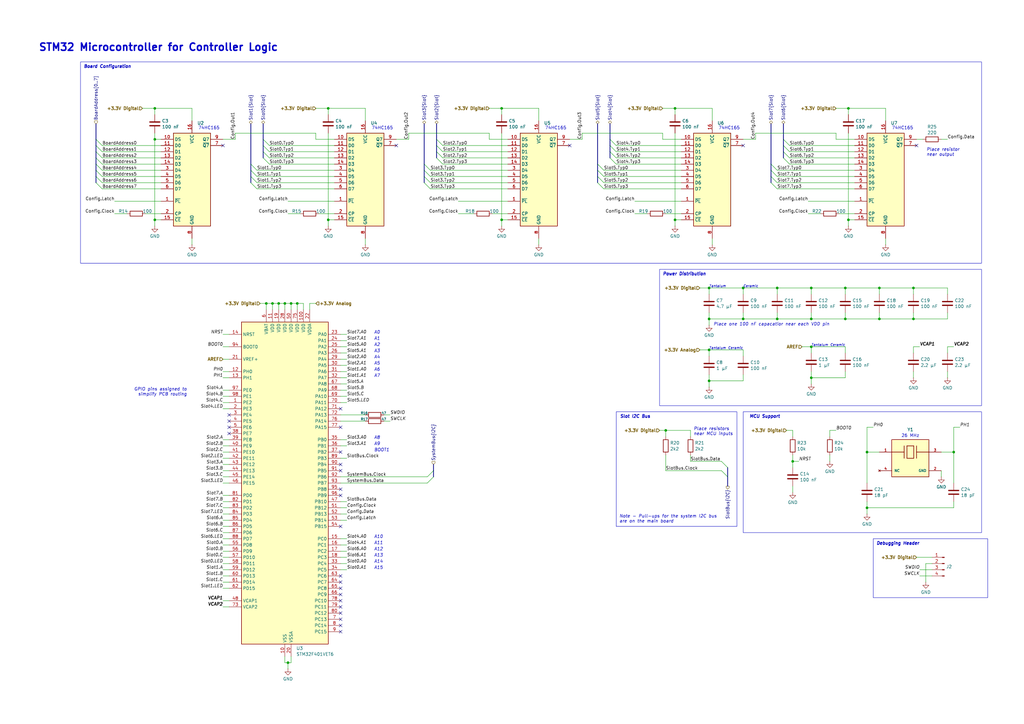
<source format=kicad_sch>
(kicad_sch (version 20250114) (generator "eeschema") (generator_version "9.0")
  (paper "A3")
  (title_block (title "Modular Music Controller / Sub-Board / STM32 MCU") (date "2025-12-02") (rev "2") (company "Dennis Schulmeister-Zimolong"))
  (bus_alias "Slot" (members "Typ[0..3]" "A" "B" "C" "A0" "A1" "LED" "Addr[0..3]"))
  (rectangle (start 252.73 168.91) (end 302.26 215.9))
  (rectangle (start 270.51 110.49) (end 402.59 166.37))
  (rectangle (start 33.02 25.4) (end 402.59 107.95))
  (rectangle (start 358.14 220.98) (end 405.13 245.11))
  (rectangle (start 304.8 168.91) (end 402.59 218.44))
  (text "A8" (at 153.416 180.34 0) (effects (font (size 1.27 1.27) (italic yes)) (justify left bottom)))
  (text "A0" (at 153.416 137.16 0) (effects (font (size 1.27 1.27) (italic yes)) (justify left bottom)))
  (text "74HC165" (at 152.4 53.34 0) (effects (font (size 1.27 1.27)) (justify left bottom)))
  (text "Place resistor\nnear output" (at 379.984 60.706 0) (effects (font (size 1.27 1.27) (thickness 0.1588) (italic yes)) (justify left top)))
  (text "A3" (at 153.416 144.78 0) (effects (font (size 1.27 1.27) (italic yes)) (justify left bottom)))
  (text "A2" (at 153.416 142.24 0) (effects (font (size 1.27 1.27) (italic yes)) (justify left bottom)))
  (text "Place resistors\nnear MCU inputs" (at 284.48 175.26 0) (effects (font (size 1.27 1.27) (thickness 0.1588) (italic yes)) (justify left top)))
  (text "Power Distribution" (at 271.78 111.76 0) (effects (font (size 1.27 1.27) (thickness 0.254) (bold yes) (italic yes)) (justify left top)))
  (text "For outputs driving a trace, the series resistor should be at the driving end to:\n\n- Limit the initial current surge when the output switches\n- Dampen reflections at the source\n- Reduce ringing and overshoot on the trace\n- Protect the output driver from excessive current\n\nThis is the opposite of input protection, where you place the resistor near the\nreceiving end (MCU) to protect the input pin from incoming noise/transients.\n220Ω is a good value for this purpose - it provides:\n\n- Output current limiting for the 74HC165\n- Edge rate control to reduce EMI\n- Some impedance matching benefits\n\nAdding a second resistor would be redundant and potentially problematic.\nIf additional EMC protection is needed: A small capacitor to ground near\nthe MCU input (10-100pF) - this creates an RC low-pass filter with the\nexisting 220Ω resistor that filters high-frequency noise while keeping\nthe signal intact. But for a short 5-8 cm trace with 220Ω already in place\nthis should not be needed. The 74HC165 and STM32 are both designed to work\ntogether in typical PCB environments, and the resistor + short trace should\nhandle normal EMC requirements well.\n\nIn summary:\n\n- 74HC165 output → MCU input: Resistor near the 74HC165\n- MCU output → external input: Resistor near the MCU\n\nThe general rule: series resistors go close to the driver/source, not the\nreceiver, unless you're specifically adding them for input protection against\nexternal noise (which is a different purpose than your shift register output.\n\nMax. impedance of ADC inputs 50 kOhm so 47 Ohm is negligible.\n\nFor digital GPIOS: The higher the speed the lower to resistor value." (at 433.324 25.4 0) (effects (font (size 1.27 1.27) (thickness 0.1588) (italic yes)) (justify left top)))
  (text "Debugging Header" (at 359.41 222.25 0) (effects (font (size 1.27 1.27) (thickness 0.254) (bold yes) (italic yes)) (justify left top)))
  (text "Tantalum" (at 332.74 142.24 0) (effects (font (size 1 1) (italic yes)) (justify left bottom)))
  (text "74HC165" (at 365.76 53.34 0) (effects (font (size 1.27 1.27)) (justify left bottom)))
  (text "74HC165" (at 81.28 53.34 0) (effects (font (size 1.27 1.27)) (justify left bottom)))
  (text "A12" (at 153.416 226.06 0) (effects (font (size 1.27 1.27) (italic yes)) (justify left bottom)))
  (text "Board Configuration" (at 34.29 26.67 0) (effects (font (size 1.27 1.27) (thickness 0.254) (bold yes) (italic yes)) (justify left top)))
  (text "A5" (at 153.416 149.86 0) (effects (font (size 1.27 1.27) (italic yes)) (justify left bottom)))
  (text "A10" (at 153.416 220.98 0) (effects (font (size 1.27 1.27) (italic yes)) (justify left bottom)))
  (text "Ceramic" (at 346.71 142.24 0) (effects (font (size 1 1) (italic yes)) (justify right bottom)))
  (text "A7" (at 153.416 154.94 0) (effects (font (size 1.27 1.27) (italic yes)) (justify left bottom)))
  (text "GPIO pins assigned to\nsimplify PCB routing" (at 76.708 160.782 0) (effects (font (size 1.27 1.27) (thickness 0.1588) (italic yes)) (justify right)))
  (text "A14" (at 153.416 231.14 0) (effects (font (size 1.27 1.27) (italic yes)) (justify left bottom)))
  (text "A15" (at 153.416 233.68 0) (effects (font (size 1.27 1.27) (italic yes)) (justify left bottom)))
  (text "Tantalum" (at 290.83 143.51 0) (effects (font (size 1 1) (italic yes)) (justify left bottom)))
  (text "Place one 100 nF capacatior near each VDD pin" (at 292.608 132.334 0) (effects (font (size 1.27 1.27) (italic yes)) (justify left top)))
  (text "STM32 Microcontroller for Controller Logic" (at 15.748 17.78 0) (effects (font (size 3 3) (thickness 0.6) (bold yes)) (justify left top)))
  (text "Tantalum" (at 290.83 118.11 0) (effects (font (size 1 1) (italic yes)) (justify left bottom)))
  (text "A1" (at 153.416 139.7 0) (effects (font (size 1.27 1.27) (italic yes)) (justify left bottom)))
  (text "MCU Support" (at 307.34 170.18 0) (effects (font (size 1.27 1.27) (thickness 0.254) (bold yes) (italic yes)) (justify left top)))
  (text "Slot I2C Bus" (at 254.254 170.18 0) (effects (font (size 1.27 1.27) (thickness 0.254) (bold yes) (italic yes)) (justify left top)))
  (text "A4" (at 153.416 147.32 0) (effects (font (size 1.27 1.27) (italic yes)) (justify left bottom)))
  (text "Ceramic" (at 304.8 143.51 0) (effects (font (size 1 1) (italic yes)) (justify right bottom)))
  (text "Ceramic" (at 304.8 118.11 0) (effects (font (size 1 1) (italic yes)) (justify left bottom)))
  (text "A13" (at 153.416 228.6 0) (effects (font (size 1.27 1.27) (italic yes)) (justify left bottom)))
  (text "A11" (at 153.416 223.52 0) (effects (font (size 1.27 1.27) (italic yes)) (justify left bottom)))
  (text "74HC165" (at 294.64 53.34 0) (effects (font (size 1.27 1.27)) (justify left bottom)))
  (text "A9" (at 153.416 182.88 0) (effects (font (size 1.27 1.27) (italic yes)) (justify left bottom)))
  (text "BOOT1" (at 153.416 185.42 0) (effects (font (size 1.27 1.27) (thickness 0.1588) (italic yes)) (justify left bottom)))
  (text "74HC165" (at 223.52 53.34 0) (effects (font (size 1.27 1.27)) (justify left bottom)))
  (text "Note - Pull-ups for the system I2C bus\nare on the main board" (at 254 214.63 0) (effects (font (size 1.27 1.27) (thickness 0.1588) (italic yes)) (justify left bottom)))
  (text "A6" (at 153.416 152.4 0) (effects (font (size 1.27 1.27) (italic yes)) (justify left bottom)))
  (text "26 MHz" (at 373.38 178.816 0) (effects (font (size 1.27 1.27))))
  (junction (at 318.77 130.81))
  (junction (at 347.98 90.17))
  (junction (at 290.83 143.51))
  (junction (at 374.65 130.81))
  (junction (at 119.38 124.46))
  (junction (at 63.5 44.45))
  (junction (at 360.68 118.11))
  (junction (at 355.6 185.42))
  (junction (at 205.74 90.17))
  (junction (at 332.74 154.94))
  (junction (at 134.62 44.45))
  (junction (at 118.11 271.78))
  (junction (at 391.16 185.42))
  (junction (at 325.12 189.23))
  (junction (at 318.77 118.11))
  (junction (at 205.74 44.45))
  (junction (at 346.71 118.11))
  (junction (at 346.71 130.81))
  (junction (at 134.62 90.17))
  (junction (at 304.8 130.81))
  (junction (at 355.6 208.28))
  (junction (at 121.92 124.46))
  (junction (at 332.74 130.81))
  (junction (at 111.76 124.46))
  (junction (at 347.98 44.45))
  (junction (at 290.83 156.21))
  (junction (at 63.5 57.15))
  (junction (at 332.74 118.11))
  (junction (at 374.65 118.11))
  (junction (at 273.05 176.53))
  (junction (at 360.68 130.81))
  (junction (at 276.86 44.45))
  (junction (at 332.74 142.24))
  (junction (at 276.86 90.17))
  (junction (at 290.83 118.11))
  (junction (at 290.83 130.81))
  (junction (at 109.22 124.46))
  (junction (at 304.8 118.11))
  (junction (at 114.3 124.46))
  (junction (at 63.5 90.17))
  (junction (at 116.84 124.46))
  (no_connect (at 139.7 175.26))
  (no_connect (at 139.7 248.92))
  (no_connect (at 162.56 59.69))
  (no_connect (at 93.98 177.8))
  (no_connect (at 233.68 59.69))
  (no_connect (at 139.7 246.38))
  (no_connect (at 139.7 200.66))
  (no_connect (at 139.7 256.54))
  (no_connect (at 304.8 59.69))
  (no_connect (at 139.7 254))
  (no_connect (at 93.98 172.72))
  (no_connect (at 93.98 175.26))
  (no_connect (at 91.44 59.69))
  (no_connect (at 139.7 203.2))
  (no_connect (at 375.92 59.69))
  (no_connect (at 139.7 185.42))
  (no_connect (at 139.7 190.5))
  (no_connect (at 139.7 259.08))
  (no_connect (at 93.98 170.18))
  (no_connect (at 139.7 193.04))
  (no_connect (at 139.7 238.76))
  (no_connect (at 139.7 167.64))
  (no_connect (at 139.7 236.22))
  (no_connect (at 139.7 243.84))
  (no_connect (at 139.7 251.46))
  (no_connect (at 139.7 215.9))
  (no_connect (at 139.7 241.3))
  (bus_entry (at 173.99 67.31) (size 2.54 2.54))
  (bus_entry (at 102.87 74.93) (size 2.54 2.54))
  (bus_entry (at 250.19 64.77) (size 2.54 2.54))
  (bus_entry (at 102.87 69.85) (size 2.54 2.54))
  (bus_entry (at 175.26 195.58) (size 2.54 -2.54))
  (bus_entry (at 179.07 62.23) (size 2.54 2.54))
  (bus_entry (at 295.91 193.04) (size 2.54 2.54))
  (bus_entry (at 245.11 69.85) (size 2.54 2.54))
  (bus_entry (at 173.99 72.39) (size 2.54 2.54))
  (bus_entry (at 39.37 62.23) (size 2.54 2.54))
  (bus_entry (at 250.19 59.69) (size 2.54 2.54))
  (bus_entry (at 173.99 69.85) (size 2.54 2.54))
  (bus_entry (at 250.19 57.15) (size 2.54 2.54))
  (bus_entry (at 179.07 57.15) (size 2.54 2.54))
  (bus_entry (at 173.99 74.93) (size 2.54 2.54))
  (bus_entry (at 250.19 62.23) (size 2.54 2.54))
  (bus_entry (at 39.37 64.77) (size 2.54 2.54))
  (bus_entry (at 179.07 64.77) (size 2.54 2.54))
  (bus_entry (at 39.37 59.69) (size 2.54 2.54))
  (bus_entry (at 245.11 67.31) (size 2.54 2.54))
  (bus_entry (at 39.37 72.39) (size 2.54 2.54))
  (bus_entry (at 316.23 72.39) (size 2.54 2.54))
  (bus_entry (at 316.23 69.85) (size 2.54 2.54))
  (bus_entry (at 316.23 67.31) (size 2.54 2.54))
  (bus_entry (at 39.37 57.15) (size 2.54 2.54))
  (bus_entry (at 39.37 67.31) (size 2.54 2.54))
  (bus_entry (at 107.95 59.69) (size 2.54 2.54))
  (bus_entry (at 321.31 59.69) (size 2.54 2.54))
  (bus_entry (at 295.91 189.23) (size 2.54 2.54))
  (bus_entry (at 245.11 74.93) (size 2.54 2.54))
  (bus_entry (at 175.26 198.12) (size 2.54 -2.54))
  (bus_entry (at 39.37 74.93) (size 2.54 2.54))
  (bus_entry (at 321.31 62.23) (size 2.54 2.54))
  (bus_entry (at 102.87 67.31) (size 2.54 2.54))
  (bus_entry (at 39.37 69.85) (size 2.54 2.54))
  (bus_entry (at 107.95 62.23) (size 2.54 2.54))
  (bus_entry (at 245.11 72.39) (size 2.54 2.54))
  (bus_entry (at 102.87 72.39) (size 2.54 2.54))
  (bus_entry (at 321.31 57.15) (size 2.54 2.54))
  (bus_entry (at 321.31 64.77) (size 2.54 2.54))
  (bus_entry (at 179.07 59.69) (size 2.54 2.54))
  (bus_entry (at 107.95 64.77) (size 2.54 2.54))
  (bus_entry (at 316.23 74.93) (size 2.54 2.54))
  (bus_entry (at 107.95 57.15) (size 2.54 2.54))
  (wire (pts (xy 91.44 218.44) (xy 93.98 218.44)))
  (wire (pts (xy 346.71 118.11) (xy 360.68 118.11)))
  (wire (pts (xy 340.36 176.53) (xy 342.9 176.53)))
  (wire (pts (xy 290.83 118.11) (xy 304.8 118.11)))
  (wire (pts (xy 271.78 54.61) (xy 271.78 57.15)))
  (wire (pts (xy 355.6 208.28) (xy 355.6 210.82)))
  (bus (pts (xy 177.8 190.5) (xy 177.8 193.04)))
  (wire (pts (xy 127 124.46) (xy 127 127)))
  (wire (pts (xy 118.11 271.78) (xy 118.11 274.32)))
  (wire (pts (xy 375.92 57.15) (xy 378.46 57.15)))
  (wire (pts (xy 388.62 152.4) (xy 388.62 154.94)))
  (wire (pts (xy 124.46 124.46) (xy 124.46 127)))
  (wire (pts (xy 139.7 172.72) (xy 149.86 172.72)))
  (wire (pts (xy 276.86 54.61) (xy 276.86 90.17)))
  (wire (pts (xy 391.16 208.28) (xy 355.6 208.28)))
  (wire (pts (xy 139.7 223.52) (xy 142.24 223.52)))
  (wire (pts (xy 347.98 54.61) (xy 347.98 90.17)))
  (wire (pts (xy 63.5 44.45) (xy 63.5 46.99)))
  (wire (pts (xy 388.62 142.24) (xy 391.16 142.24)))
  (wire (pts (xy 91.44 236.22) (xy 93.98 236.22)))
  (bus (pts (xy 316.23 69.85) (xy 316.23 72.39)))
  (wire (pts (xy 149.86 97.79) (xy 149.86 100.33)))
  (wire (pts (xy 325.12 186.69) (xy 325.12 189.23)))
  (wire (pts (xy 332.74 130.81) (xy 318.77 130.81)))
  (wire (pts (xy 111.76 124.46) (xy 114.3 124.46)))
  (wire (pts (xy 41.91 69.85) (xy 66.04 69.85)))
  (bus (pts (xy 321.31 57.15) (xy 321.31 59.69)))
  (wire (pts (xy 205.74 44.45) (xy 205.74 46.99)))
  (wire (pts (xy 290.83 146.05) (xy 290.83 143.51)))
  (wire (pts (xy 386.08 57.15) (xy 388.62 57.15)))
  (wire (pts (xy 63.5 44.45) (xy 78.74 44.45)))
  (wire (pts (xy 106.68 124.46) (xy 109.22 124.46)))
  (wire (pts (xy 118.11 271.78) (xy 119.38 271.78)))
  (wire (pts (xy 332.74 142.24) (xy 346.71 142.24)))
  (wire (pts (xy 139.7 139.7) (xy 142.24 139.7)))
  (wire (pts (xy 129.54 44.45) (xy 134.62 44.45)))
  (bus (pts (xy 107.95 59.69) (xy 107.95 62.23)))
  (wire (pts (xy 355.6 205.74) (xy 355.6 208.28)))
  (wire (pts (xy 160.02 172.72) (xy 157.48 172.72)))
  (wire (pts (xy 276.86 44.45) (xy 276.86 46.99)))
  (wire (pts (xy 290.83 156.21) (xy 290.83 153.67)))
  (wire (pts (xy 323.85 62.23) (xy 350.52 62.23)))
  (bus (pts (xy 173.99 69.85) (xy 173.99 72.39)))
  (bus (pts (xy 39.37 69.85) (xy 39.37 72.39)))
  (wire (pts (xy 360.68 118.11) (xy 374.65 118.11)))
  (wire (pts (xy 331.47 82.55) (xy 350.52 82.55)))
  (wire (pts (xy 59.69 87.63) (xy 66.04 87.63)))
  (wire (pts (xy 139.7 147.32) (xy 142.24 147.32)))
  (wire (pts (xy 91.44 205.74) (xy 93.98 205.74)))
  (wire (pts (xy 91.44 165.1) (xy 93.98 165.1)))
  (wire (pts (xy 187.96 87.63) (xy 194.31 87.63)))
  (wire (pts (xy 66.04 57.15) (xy 63.5 57.15)))
  (bus (pts (xy 102.87 72.39) (xy 102.87 74.93)))
  (wire (pts (xy 205.74 90.17) (xy 208.28 90.17)))
  (wire (pts (xy 91.44 142.24) (xy 93.98 142.24)))
  (wire (pts (xy 116.84 124.46) (xy 116.84 127)))
  (bus (pts (xy 321.31 62.23) (xy 321.31 64.77)))
  (wire (pts (xy 162.56 57.15) (xy 167.64 57.15)))
  (wire (pts (xy 309.88 54.61) (xy 342.9 54.61)))
  (wire (pts (xy 176.53 69.85) (xy 208.28 69.85)))
  (wire (pts (xy 332.74 130.81) (xy 332.74 128.27)))
  (wire (pts (xy 331.47 87.63) (xy 336.55 87.63)))
  (wire (pts (xy 105.41 77.47) (xy 137.16 77.47)))
  (wire (pts (xy 46.99 87.63) (xy 52.07 87.63)))
  (wire (pts (xy 363.22 44.45) (xy 363.22 49.53)))
  (wire (pts (xy 375.92 228.6) (xy 382.27 228.6)))
  (wire (pts (xy 91.44 195.58) (xy 93.98 195.58)))
  (wire (pts (xy 91.44 208.28) (xy 93.98 208.28)))
  (wire (pts (xy 134.62 90.17) (xy 137.16 90.17)))
  (wire (pts (xy 200.66 57.15) (xy 208.28 57.15)))
  (wire (pts (xy 377.19 236.22) (xy 382.27 236.22)))
  (wire (pts (xy 91.44 198.12) (xy 93.98 198.12)))
  (wire (pts (xy 346.71 130.81) (xy 332.74 130.81)))
  (wire (pts (xy 91.44 162.56) (xy 93.98 162.56)))
  (wire (pts (xy 91.44 167.64) (xy 93.98 167.64)))
  (wire (pts (xy 374.65 130.81) (xy 360.68 130.81)))
  (bus (pts (xy 316.23 50.8) (xy 316.23 67.31)))
  (bus (pts (xy 298.45 191.77) (xy 298.45 195.58)))
  (wire (pts (xy 91.44 213.36) (xy 93.98 213.36)))
  (wire (pts (xy 391.16 205.74) (xy 391.16 208.28)))
  (wire (pts (xy 176.53 72.39) (xy 208.28 72.39)))
  (wire (pts (xy 283.21 189.23) (xy 283.21 186.69)))
  (wire (pts (xy 91.44 187.96) (xy 93.98 187.96)))
  (wire (pts (xy 379.73 231.14) (xy 379.73 238.76)))
  (wire (pts (xy 78.74 97.79) (xy 78.74 100.33)))
  (wire (pts (xy 139.7 165.1) (xy 142.24 165.1)))
  (bus (pts (xy 173.99 72.39) (xy 173.99 74.93)))
  (wire (pts (xy 91.44 180.34) (xy 93.98 180.34)))
  (wire (pts (xy 304.8 130.81) (xy 304.8 128.27)))
  (wire (pts (xy 105.41 69.85) (xy 137.16 69.85)))
  (wire (pts (xy 134.62 90.17) (xy 134.62 92.71)))
  (wire (pts (xy 276.86 44.45) (xy 292.1 44.45)))
  (wire (pts (xy 91.44 185.42) (xy 93.98 185.42)))
  (wire (pts (xy 252.73 59.69) (xy 279.4 59.69)))
  (wire (pts (xy 355.6 175.26) (xy 355.6 185.42)))
  (bus (pts (xy 179.07 57.15) (xy 179.07 59.69)))
  (wire (pts (xy 276.86 90.17) (xy 279.4 90.17)))
  (wire (pts (xy 139.7 233.68) (xy 142.24 233.68)))
  (wire (pts (xy 283.21 189.23) (xy 295.91 189.23)))
  (wire (pts (xy 374.65 128.27) (xy 374.65 130.81)))
  (wire (pts (xy 323.85 64.77) (xy 350.52 64.77)))
  (wire (pts (xy 342.9 44.45) (xy 347.98 44.45)))
  (wire (pts (xy 233.68 57.15) (xy 238.76 57.15)))
  (wire (pts (xy 342.9 54.61) (xy 342.9 57.15)))
  (wire (pts (xy 109.22 124.46) (xy 111.76 124.46)))
  (bus (pts (xy 245.11 69.85) (xy 245.11 72.39)))
  (wire (pts (xy 167.64 57.15) (xy 167.64 54.61)))
  (wire (pts (xy 325.12 179.07) (xy 325.12 176.53)))
  (wire (pts (xy 391.16 185.42) (xy 391.16 198.12)))
  (wire (pts (xy 121.92 124.46) (xy 121.92 127)))
  (wire (pts (xy 325.12 189.23) (xy 327.66 189.23)))
  (wire (pts (xy 290.83 130.81) (xy 290.83 128.27)))
  (bus (pts (xy 107.95 57.15) (xy 107.95 59.69)))
  (wire (pts (xy 63.5 90.17) (xy 66.04 90.17)))
  (wire (pts (xy 287.02 118.11) (xy 290.83 118.11)))
  (wire (pts (xy 355.6 185.42) (xy 360.68 185.42)))
  (wire (pts (xy 318.77 77.47) (xy 350.52 77.47)))
  (wire (pts (xy 388.62 144.78) (xy 388.62 142.24)))
  (wire (pts (xy 91.44 147.32) (xy 93.98 147.32)))
  (bus (pts (xy 250.19 62.23) (xy 250.19 64.77)))
  (wire (pts (xy 276.86 90.17) (xy 276.86 92.71)))
  (wire (pts (xy 41.91 59.69) (xy 66.04 59.69)))
  (wire (pts (xy 273.05 193.04) (xy 295.91 193.04)))
  (wire (pts (xy 110.49 64.77) (xy 137.16 64.77)))
  (wire (pts (xy 139.7 205.74) (xy 142.24 205.74)))
  (wire (pts (xy 325.12 199.39) (xy 325.12 201.93)))
  (wire (pts (xy 377.19 233.68) (xy 382.27 233.68)))
  (bus (pts (xy 316.23 72.39) (xy 316.23 74.93)))
  (bus (pts (xy 107.95 62.23) (xy 107.95 64.77)))
  (wire (pts (xy 121.92 124.46) (xy 124.46 124.46)))
  (wire (pts (xy 58.42 44.45) (xy 63.5 44.45)))
  (wire (pts (xy 167.64 54.61) (xy 200.66 54.61)))
  (wire (pts (xy 292.1 97.79) (xy 292.1 100.33)))
  (bus (pts (xy 39.37 62.23) (xy 39.37 64.77)))
  (wire (pts (xy 388.62 130.81) (xy 388.62 128.27)))
  (bus (pts (xy 250.19 50.8) (xy 250.19 57.15)))
  (wire (pts (xy 386.08 193.04) (xy 386.08 195.58)))
  (wire (pts (xy 105.41 74.93) (xy 137.16 74.93)))
  (bus (pts (xy 316.23 67.31) (xy 316.23 69.85)))
  (wire (pts (xy 134.62 44.45) (xy 149.86 44.45)))
  (wire (pts (xy 391.16 175.26) (xy 393.7 175.26)))
  (bus (pts (xy 179.07 62.23) (xy 179.07 64.77)))
  (wire (pts (xy 205.74 44.45) (xy 220.98 44.45)))
  (wire (pts (xy 318.77 72.39) (xy 350.52 72.39)))
  (wire (pts (xy 252.73 67.31) (xy 279.4 67.31)))
  (bus (pts (xy 245.11 67.31) (xy 245.11 69.85)))
  (bus (pts (xy 245.11 50.8) (xy 245.11 67.31)))
  (wire (pts (xy 78.74 44.45) (xy 78.74 49.53)))
  (wire (pts (xy 139.7 213.36) (xy 142.24 213.36)))
  (wire (pts (xy 238.76 57.15) (xy 238.76 54.61)))
  (wire (pts (xy 139.7 195.58) (xy 175.26 195.58)))
  (bus (pts (xy 245.11 72.39) (xy 245.11 74.93)))
  (wire (pts (xy 304.8 130.81) (xy 290.83 130.81)))
  (wire (pts (xy 201.93 87.63) (xy 208.28 87.63)))
  (wire (pts (xy 273.05 176.53) (xy 283.21 176.53)))
  (wire (pts (xy 139.7 170.18) (xy 149.86 170.18)))
  (wire (pts (xy 374.65 118.11) (xy 388.62 118.11)))
  (wire (pts (xy 41.91 67.31) (xy 66.04 67.31)))
  (bus (pts (xy 107.95 50.8) (xy 107.95 57.15)))
  (bus (pts (xy 321.31 59.69) (xy 321.31 62.23)))
  (wire (pts (xy 91.44 154.94) (xy 93.98 154.94)))
  (wire (pts (xy 200.66 44.45) (xy 205.74 44.45)))
  (wire (pts (xy 91.44 203.2) (xy 93.98 203.2)))
  (wire (pts (xy 134.62 54.61) (xy 134.62 90.17)))
  (wire (pts (xy 110.49 67.31) (xy 137.16 67.31)))
  (wire (pts (xy 181.61 67.31) (xy 208.28 67.31)))
  (wire (pts (xy 283.21 176.53) (xy 283.21 179.07)))
  (wire (pts (xy 344.17 87.63) (xy 350.52 87.63)))
  (wire (pts (xy 187.96 82.55) (xy 208.28 82.55)))
  (wire (pts (xy 114.3 124.46) (xy 116.84 124.46)))
  (wire (pts (xy 318.77 118.11) (xy 318.77 120.65)))
  (wire (pts (xy 139.7 154.94) (xy 142.24 154.94)))
  (wire (pts (xy 247.65 69.85) (xy 279.4 69.85)))
  (wire (pts (xy 63.5 54.61) (xy 63.5 57.15)))
  (wire (pts (xy 139.7 228.6) (xy 142.24 228.6)))
  (wire (pts (xy 220.98 44.45) (xy 220.98 49.53)))
  (wire (pts (xy 318.77 130.81) (xy 304.8 130.81)))
  (wire (pts (xy 355.6 185.42) (xy 355.6 198.12)))
  (wire (pts (xy 118.11 82.55) (xy 137.16 82.55)))
  (wire (pts (xy 181.61 64.77) (xy 208.28 64.77)))
  (wire (pts (xy 388.62 118.11) (xy 388.62 120.65)))
  (bus (pts (xy 173.99 50.8) (xy 173.99 67.31)))
  (wire (pts (xy 91.44 193.04) (xy 93.98 193.04)))
  (wire (pts (xy 347.98 90.17) (xy 347.98 92.71)))
  (wire (pts (xy 360.68 130.81) (xy 346.71 130.81)))
  (wire (pts (xy 290.83 156.21) (xy 290.83 158.75)))
  (wire (pts (xy 139.7 182.88) (xy 142.24 182.88)))
  (wire (pts (xy 332.74 118.11) (xy 346.71 118.11)))
  (wire (pts (xy 116.84 269.24) (xy 116.84 271.78)))
  (bus (pts (xy 250.19 57.15) (xy 250.19 59.69)))
  (wire (pts (xy 328.93 142.24) (xy 332.74 142.24)))
  (bus (pts (xy 250.19 59.69) (xy 250.19 62.23)))
  (wire (pts (xy 332.74 118.11) (xy 332.74 120.65)))
  (wire (pts (xy 41.91 64.77) (xy 66.04 64.77)))
  (wire (pts (xy 273.05 186.69) (xy 273.05 193.04)))
  (bus (pts (xy 179.07 50.8) (xy 179.07 57.15)))
  (bus (pts (xy 177.8 193.04) (xy 177.8 195.58)))
  (wire (pts (xy 119.38 124.46) (xy 121.92 124.46)))
  (wire (pts (xy 139.7 149.86) (xy 142.24 149.86)))
  (wire (pts (xy 41.91 62.23) (xy 66.04 62.23)))
  (wire (pts (xy 374.65 118.11) (xy 374.65 120.65)))
  (bus (pts (xy 39.37 67.31) (xy 39.37 69.85)))
  (wire (pts (xy 304.8 118.11) (xy 318.77 118.11)))
  (wire (pts (xy 111.76 127) (xy 111.76 124.46)))
  (wire (pts (xy 91.44 160.02) (xy 93.98 160.02)))
  (wire (pts (xy 139.7 226.06) (xy 142.24 226.06)))
  (wire (pts (xy 363.22 97.79) (xy 363.22 100.33)))
  (wire (pts (xy 139.7 144.78) (xy 142.24 144.78)))
  (wire (pts (xy 181.61 62.23) (xy 208.28 62.23)))
  (wire (pts (xy 139.7 220.98) (xy 142.24 220.98)))
  (wire (pts (xy 374.65 130.81) (xy 388.62 130.81)))
  (wire (pts (xy 139.7 157.48) (xy 142.24 157.48)))
  (wire (pts (xy 91.44 226.06) (xy 93.98 226.06)))
  (wire (pts (xy 119.38 124.46) (xy 119.38 127)))
  (wire (pts (xy 273.05 176.53) (xy 273.05 179.07)))
  (wire (pts (xy 139.7 137.16) (xy 142.24 137.16)))
  (wire (pts (xy 114.3 124.46) (xy 114.3 127)))
  (wire (pts (xy 318.77 130.81) (xy 318.77 128.27)))
  (wire (pts (xy 252.73 64.77) (xy 279.4 64.77)))
  (wire (pts (xy 374.65 144.78) (xy 374.65 142.24)))
  (wire (pts (xy 139.7 162.56) (xy 142.24 162.56)))
  (wire (pts (xy 110.49 59.69) (xy 137.16 59.69)))
  (wire (pts (xy 346.71 142.24) (xy 346.71 144.78)))
  (wire (pts (xy 91.44 220.98) (xy 93.98 220.98)))
  (wire (pts (xy 205.74 54.61) (xy 205.74 90.17)))
  (wire (pts (xy 63.5 57.15) (xy 63.5 90.17)))
  (bus (pts (xy 298.45 195.58) (xy 298.45 199.39)))
  (wire (pts (xy 41.91 74.93) (xy 66.04 74.93)))
  (wire (pts (xy 332.74 154.94) (xy 332.74 157.48)))
  (wire (pts (xy 149.86 44.45) (xy 149.86 49.53)))
  (wire (pts (xy 247.65 72.39) (xy 279.4 72.39)))
  (wire (pts (xy 116.84 124.46) (xy 119.38 124.46)))
  (wire (pts (xy 91.44 152.4) (xy 93.98 152.4)))
  (wire (pts (xy 346.71 130.81) (xy 346.71 128.27)))
  (wire (pts (xy 304.8 118.11) (xy 304.8 120.65)))
  (wire (pts (xy 340.36 186.69) (xy 340.36 189.23)))
  (wire (pts (xy 91.44 57.15) (xy 96.52 57.15)))
  (wire (pts (xy 139.7 231.14) (xy 142.24 231.14)))
  (wire (pts (xy 346.71 118.11) (xy 346.71 120.65)))
  (bus (pts (xy 179.07 59.69) (xy 179.07 62.23)))
  (wire (pts (xy 290.83 130.81) (xy 290.83 133.35)))
  (bus (pts (xy 39.37 59.69) (xy 39.37 62.23)))
  (wire (pts (xy 342.9 57.15) (xy 350.52 57.15)))
  (wire (pts (xy 332.74 154.94) (xy 332.74 152.4)))
  (bus (pts (xy 102.87 50.8) (xy 102.87 67.31)))
  (wire (pts (xy 116.84 271.78) (xy 118.11 271.78)))
  (wire (pts (xy 346.71 154.94) (xy 332.74 154.94)))
  (wire (pts (xy 134.62 44.45) (xy 134.62 46.99)))
  (wire (pts (xy 105.41 72.39) (xy 137.16 72.39)))
  (wire (pts (xy 63.5 90.17) (xy 63.5 92.71)))
  (wire (pts (xy 139.7 160.02) (xy 142.24 160.02)))
  (wire (pts (xy 260.35 87.63) (xy 265.43 87.63)))
  (wire (pts (xy 271.78 44.45) (xy 276.86 44.45)))
  (wire (pts (xy 181.61 59.69) (xy 208.28 59.69)))
  (wire (pts (xy 220.98 97.79) (xy 220.98 100.33)))
  (wire (pts (xy 273.05 87.63) (xy 279.4 87.63)))
  (wire (pts (xy 91.44 215.9) (xy 93.98 215.9)))
  (wire (pts (xy 129.54 54.61) (xy 129.54 57.15)))
  (wire (pts (xy 325.12 191.77) (xy 325.12 189.23)))
  (wire (pts (xy 119.38 269.24) (xy 119.38 271.78)))
  (wire (pts (xy 91.44 233.68) (xy 93.98 233.68)))
  (wire (pts (xy 270.51 176.53) (xy 273.05 176.53)))
  (wire (pts (xy 340.36 176.53) (xy 340.36 179.07)))
  (wire (pts (xy 323.85 67.31) (xy 350.52 67.31)))
  (wire (pts (xy 379.73 231.14) (xy 382.27 231.14)))
  (wire (pts (xy 374.65 142.24) (xy 377.19 142.24)))
  (wire (pts (xy 290.83 143.51) (xy 304.8 143.51)))
  (wire (pts (xy 96.52 54.61) (xy 129.54 54.61)))
  (wire (pts (xy 176.53 77.47) (xy 208.28 77.47)))
  (wire (pts (xy 304.8 156.21) (xy 304.8 153.67)))
  (wire (pts (xy 318.77 74.93) (xy 350.52 74.93)))
  (wire (pts (xy 247.65 77.47) (xy 279.4 77.47)))
  (wire (pts (xy 391.16 175.26) (xy 391.16 185.42)))
  (wire (pts (xy 360.68 118.11) (xy 360.68 120.65)))
  (wire (pts (xy 91.44 231.14) (xy 93.98 231.14)))
  (wire (pts (xy 110.49 62.23) (xy 137.16 62.23)))
  (wire (pts (xy 91.44 190.5) (xy 93.98 190.5)))
  (wire (pts (xy 41.91 77.47) (xy 66.04 77.47)))
  (bus (pts (xy 39.37 72.39) (xy 39.37 74.93)))
  (bus (pts (xy 102.87 69.85) (xy 102.87 72.39)))
  (wire (pts (xy 260.35 82.55) (xy 279.4 82.55)))
  (wire (pts (xy 91.44 248.92) (xy 93.98 248.92)))
  (wire (pts (xy 205.74 90.17) (xy 205.74 92.71)))
  (wire (pts (xy 91.44 241.3) (xy 93.98 241.3)))
  (wire (pts (xy 118.11 87.63) (xy 123.19 87.63)))
  (wire (pts (xy 41.91 72.39) (xy 66.04 72.39)))
  (wire (pts (xy 129.54 57.15) (xy 137.16 57.15)))
  (wire (pts (xy 360.68 130.81) (xy 360.68 128.27)))
  (wire (pts (xy 139.7 208.28) (xy 142.24 208.28)))
  (wire (pts (xy 304.8 156.21) (xy 290.83 156.21)))
  (wire (pts (xy 109.22 127) (xy 109.22 124.46)))
  (wire (pts (xy 91.44 228.6) (xy 93.98 228.6)))
  (wire (pts (xy 374.65 152.4) (xy 374.65 154.94)))
  (wire (pts (xy 91.44 223.52) (xy 93.98 223.52)))
  (wire (pts (xy 200.66 54.61) (xy 200.66 57.15)))
  (wire (pts (xy 346.71 154.94) (xy 346.71 152.4)))
  (wire (pts (xy 347.98 44.45) (xy 363.22 44.45)))
  (wire (pts (xy 309.88 57.15) (xy 309.88 54.61)))
  (wire (pts (xy 290.83 120.65) (xy 290.83 118.11)))
  (wire (pts (xy 130.81 87.63) (xy 137.16 87.63)))
  (wire (pts (xy 252.73 62.23) (xy 279.4 62.23)))
  (wire (pts (xy 271.78 57.15) (xy 279.4 57.15)))
  (wire (pts (xy 46.99 82.55) (xy 66.04 82.55)))
  (bus (pts (xy 173.99 67.31) (xy 173.99 69.85)))
  (wire (pts (xy 238.76 54.61) (xy 271.78 54.61)))
  (wire (pts (xy 139.7 187.96) (xy 142.24 187.96)))
  (bus (pts (xy 321.31 50.8) (xy 321.31 57.15)))
  (wire (pts (xy 91.44 137.16) (xy 93.98 137.16)))
  (wire (pts (xy 347.98 90.17) (xy 350.52 90.17)))
  (wire (pts (xy 139.7 180.34) (xy 142.24 180.34)))
  (wire (pts (xy 304.8 143.51) (xy 304.8 146.05)))
  (wire (pts (xy 91.44 238.76) (xy 93.98 238.76)))
  (wire (pts (xy 304.8 57.15) (xy 309.88 57.15)))
  (wire (pts (xy 292.1 44.45) (xy 292.1 49.53)))
  (wire (pts (xy 129.54 124.46) (xy 127 124.46)))
  (wire (pts (xy 287.02 143.51) (xy 290.83 143.51)))
  (wire (pts (xy 347.98 44.45) (xy 347.98 46.99)))
  (wire (pts (xy 91.44 182.88) (xy 93.98 182.88)))
  (wire (pts (xy 91.44 210.82) (xy 93.98 210.82)))
  (wire (pts (xy 318.77 118.11) (xy 332.74 118.11)))
  (wire (pts (xy 323.85 59.69) (xy 350.52 59.69)))
  (wire (pts (xy 91.44 246.38) (xy 93.98 246.38)))
  (wire (pts (xy 96.52 57.15) (xy 96.52 54.61)))
  (wire (pts (xy 160.02 170.18) (xy 157.48 170.18)))
  (bus (pts (xy 102.87 67.31) (xy 102.87 69.85)))
  (wire (pts (xy 139.7 142.24) (xy 142.24 142.24)))
  (bus (pts (xy 39.37 57.15) (xy 39.37 59.69)))
  (wire (pts (xy 139.7 210.82) (xy 142.24 210.82)))
  (wire (pts (xy 391.16 185.42) (xy 386.08 185.42)))
  (wire (pts (xy 332.74 144.78) (xy 332.74 142.24)))
  (wire (pts (xy 322.58 176.53) (xy 325.12 176.53)))
  (wire (pts (xy 139.7 198.12) (xy 175.26 198.12)))
  (wire (pts (xy 247.65 74.93) (xy 279.4 74.93)))
  (wire (pts (xy 355.6 175.26) (xy 358.14 175.26)))
  (wire (pts (xy 176.53 74.93) (xy 208.28 74.93)))
  (bus (pts (xy 39.37 64.77) (xy 39.37 67.31)))
  (bus (pts (xy 39.37 50.8) (xy 39.37 57.15)))
  (wire (pts (xy 318.77 69.85) (xy 350.52 69.85)))
  (wire (pts (xy 139.7 152.4) (xy 142.24 152.4)))
  (label "Slot5.Typ3" (at 247.65 77.47 0))
  (label "Slot7.Typ2" (at 318.77 74.93 0))
  (label "Slot0.Typ1" (at 110.49 62.23 0))
  (label "SlotBus.Clock" (at 273.05 193.04 0))
  (label "SWDIO" (at 160.02 170.18 0) (effects (font (thickness 0.1588) (italic yes))))
  (label "Config.Clock" (at 331.47 87.63 180))
  (label "Slot4.A0" (at 142.24 220.98 0) (effects (font (thickness 0.1588) (italic yes))))
  (label "Slot0.Typ0" (at 110.49 59.69 0))
  (label "SystemBus.Data" (at 142.24 198.12 0))
  (label "PH0" (at 91.44 152.4 180) (effects (font (italic yes))))
  (label "PH1" (at 91.44 154.94 180) (effects (font (italic yes))))
  (label "SystemBus.Clock" (at 142.24 195.58 0))
  (label "SWCLK" (at 160.02 172.72 0) (effects (font (italic yes))))
  (label "Slot4.Typ3" (at 252.73 67.31 0))
  (label "Slot7.Typ1" (at 318.77 72.39 0))
  (label "BOOT0" (at 91.44 142.24 180) (effects (font (italic yes))))
  (label "Config.Out4" (at 309.88 57.15 90))
  (label "Config.Out3" (at 238.76 57.15 90))
  (label "Config.Out1" (at 96.52 57.15 90))
  (label "Config.Out2" (at 167.64 57.15 90))
  (label "Slot5.A0" (at 142.24 142.24 0) (effects (font (thickness 0.1588) (italic yes))))
  (label "Slot3.Typ2" (at 176.53 74.93 0))
  (label "Slot1.Typ2" (at 105.41 74.93 0))
  (label "Slot5.A" (at 142.24 157.48 0) (effects (font (italic yes))))
  (label "Slot5.B" (at 142.24 160.02 0) (effects (font (italic yes))))
  (label "Slot5.C" (at 142.24 162.56 0) (effects (font (italic yes))))
  (label "Slot5.LED" (at 142.24 165.1 0) (effects (font (italic yes))))
  (label "Slot4.LED" (at 91.44 167.64 180) (effects (font (italic yes))))
  (label "Slot4.C" (at 91.44 165.1 180) (effects (font (italic yes))))
  (label "Slot4.B" (at 91.44 162.56 180) (effects (font (italic yes))))
  (label "Slot6.A" (at 91.44 213.36 180) (effects (font (italic yes))))
  (label "Slot6.B" (at 91.44 215.9 180) (effects (font (italic yes))))
  (label "Slot6.C" (at 91.44 218.44 180) (effects (font (italic yes))))
  (label "Slot7.A" (at 91.44 203.2 180) (effects (font (italic yes))))
  (label "Slot7.B" (at 91.44 205.74 180) (effects (font (italic yes))))
  (label "Slot6.LED" (at 91.44 220.98 180) (effects (font (italic yes))))
  (label "Slot7.C" (at 91.44 208.28 180) (effects (font (italic yes))))
  (label "Slot7.LED" (at 91.44 210.82 180) (effects (font (italic yes))))
  (label "Slot1.B" (at 91.44 236.22 180) (effects (font (italic yes))))
  (label "Slot2.A" (at 91.44 180.34 180) (effects (font (italic yes))))
  (label "Slot0.LED" (at 91.44 231.14 180) (effects (font (italic yes))))
  (label "Slot2.B" (at 91.44 182.88 180) (effects (font (italic yes))))
  (label "Slot1.C" (at 91.44 238.76 180) (effects (font (italic yes))))
  (label "Slot1.LED" (at 91.44 241.3 180) (effects (font (italic yes))))
  (label "Slot1.A" (at 91.44 233.68 180) (effects (font (italic yes))))
  (label "Slot0.C" (at 91.44 228.6 180) (effects (font (italic yes))))
  (label "Slot0.B" (at 91.44 226.06 180) (effects (font (italic yes))))
  (label "Slot0.A" (at 91.44 223.52 180) (effects (font (italic yes))))
  (label "Slot2.LED" (at 91.44 187.96 180) (effects (font (italic yes))))
  (label "Slot3.A" (at 91.44 190.5 180) (effects (font (italic yes))))
  (label "Slot2.C" (at 91.44 185.42 180) (effects (font (italic yes))))
  (label "Slot3.LED" (at 91.44 198.12 180) (effects (font (italic yes))))
  (label "Slot3.C" (at 91.44 195.58 180) (effects (font (italic yes))))
  (label "Slot3.B" (at 91.44 193.04 180) (effects (font (italic yes))))
  (label "Slot4.A" (at 91.44 160.02 180) (effects (font (italic yes))))
  (label "SWCLK" (at 377.19 236.22 180) (effects (font (italic yes))))
  (label "SWDIO" (at 377.19 233.68 180) (effects (font (italic yes))))
  (label "Slot6.Typ0" (at 323.85 59.69 0))
  (label "Slot1.Typ1" (at 105.41 72.39 0))
  (label "Slot1.Typ3" (at 105.41 77.47 0))
  (label "Config.Data" (at 388.62 57.15 0))
  (label "SlotBus.Data" (at 142.24 205.74 0))
  (label "Slot5.Typ0" (at 247.65 69.85 0))
  (label "Config.Clock" (at 260.35 87.63 180))
  (label "Config.Clock" (at 187.96 87.63 180))
  (label "SlotBus.Data" (at 283.21 189.23 0))
  (label "Slot5.Typ2" (at 247.65 74.93 0))
  (label "NRST" (at 327.66 189.23 0) (effects (font (italic yes))))
  (label "Slot6.Typ2" (at 323.85 64.77 0))
  (label "Slot7.Typ3" (at 318.77 77.47 0))
  (label "Slot7.Typ0" (at 318.77 69.85 0))
  (label "PH0" (at 358.14 175.26 0) (effects (font (italic yes))))
  (label "PH1" (at 393.7 175.26 0) (effects (font (italic yes))))
  (label "Slot4.Typ1" (at 252.73 62.23 0))
  (label "Slot6.Typ3" (at 323.85 67.31 0))
  (label "Slot2.Typ1" (at 181.61 62.23 0))
  (label "Slot3.Typ0" (at 176.53 69.85 0))
  (label "Slot3.Typ3" (at 176.53 77.47 0))
  (label "VCAP2" (at 91.44 248.92 180) (effects (font (thickness 0.254) (bold yes) (italic yes))))
  (label "VCAP1" (at 91.44 246.38 180) (effects (font (thickness 0.254) (bold yes) (italic yes))))
  (label "NRST" (at 91.44 137.16 180) (effects (font (italic yes))))
  (label "Slot2.Typ3" (at 181.61 67.31 0))
  (label "Slot4.Typ2" (at 252.73 64.77 0))
  (label "Slot0.Typ3" (at 110.49 67.31 0))
  (label "BOOT0" (at 342.9 176.53 0) (effects (font (italic yes))))
  (label "Slot6.A0" (at 142.24 226.06 0) (effects (font (thickness 0.1588) (italic yes))))
  (label "Config.Latch" (at 118.11 82.55 180))
  (label "Config.Latch" (at 46.99 82.55 180))
  (label "Config.Latch" (at 187.96 82.55 180))
  (label "Config.Latch" (at 331.47 82.55 180))
  (label "Config.Latch" (at 260.35 82.55 180))
  (label "BoardAddress4" (at 41.91 69.85 0))
  (label "BoardAddress7" (at 41.91 77.47 0))
  (label "BoardAddress5" (at 41.91 72.39 0))
  (label "BoardAddress6" (at 41.91 74.93 0))
  (label "BoardAddress3" (at 41.91 67.31 0))
  (label "BoardAddress2" (at 41.91 64.77 0))
  (label "BoardAddress1" (at 41.91 62.23 0))
  (label "BoardAddress0" (at 41.91 59.69 0))
  (label "Slot2.Typ0" (at 181.61 59.69 0))
  (label "Slot4.Typ0" (at 252.73 59.69 0))
  (label "Config.Clock" (at 46.99 87.63 180))
  (label "VCAP1" (at 377.19 142.24 0) (effects (font (thickness 0.254) (bold yes) (italic yes))))
  (label "VCAP2" (at 391.16 142.24 0) (effects (font (thickness 0.254) (bold yes) (italic yes))))
  (label "Slot3.Typ1" (at 176.53 72.39 0))
  (label "Slot5.Typ1" (at 247.65 72.39 0))
  (label "Slot2.Typ2" (at 181.61 64.77 0))
  (label "Slot1.Typ0" (at 105.41 69.85 0))
  (label "Slot7.A1" (at 142.24 139.7 0) (effects (font (thickness 0.1588) (italic yes))))
  (label "Slot7.A0" (at 142.24 137.16 0) (effects (font (thickness 0.1588) (italic yes))))
  (label "Slot6.A1" (at 142.24 228.6 0) (effects (font (thickness 0.1588) (italic yes))))
  (label "Slot0.A0" (at 142.24 231.14 0) (effects (font (thickness 0.1588) (italic yes))))
  (label "Slot0.A1" (at 142.24 233.68 0) (effects (font (thickness 0.1588) (italic yes))))
  (label "Slot1.A1" (at 142.24 154.94 0) (effects (font (thickness 0.1588) (italic yes))))
  (label "Slot1.A0" (at 142.24 152.4 0) (effects (font (thickness 0.1588) (italic yes))))
  (label "Slot3.A0" (at 142.24 180.34 0) (effects (font (thickness 0.1588) (italic yes))))
  (label "Slot2.A1" (at 142.24 149.86 0) (effects (font (thickness 0.1588) (italic yes))))
  (label "Slot3.A1" (at 142.24 182.88 0) (effects (font (thickness 0.1588) (italic yes))))
  (label "Slot2.A0" (at 142.24 147.32 0) (effects (font (thickness 0.1588) (italic yes))))
  (label "Slot6.Typ1" (at 323.85 62.23 0))
  (label "Config.Clock" (at 118.11 87.63 180))
  (label "SlotBus.Clock" (at 142.24 187.96 0))
  (label "Config.Data" (at 142.24 210.82 0) (effects (font (italic yes))))
  (label "Config.Latch" (at 142.24 213.36 0) (effects (font (italic yes))))
  (label "Config.Clock" (at 142.24 208.28 0) (effects (font (italic yes))))
  (label "Slot0.Typ2" (at 110.49 64.77 0))
  (label "Slot5.A1" (at 142.24 144.78 0) (effects (font (thickness 0.1588) (italic yes))))
  (label "Slot4.A1" (at 142.24 223.52 0) (effects (font (thickness 0.1588) (italic yes))))
  (hierarchical_label "+3.3V Digital" (shape input) (at 200.66 44.45 180) (effects (font (thickness 0.254) (bold yes))))
  (hierarchical_label "+3.3V Digital" (shape input) (at 58.42 44.45 180) (effects (font (thickness 0.254) (bold yes))))
  (hierarchical_label "Slot4{Slot}" (shape bidirectional) (at 250.19 50.8 90))
  (hierarchical_label "Slot1{Slot}" (shape bidirectional) (at 102.87 50.8 90))
  (hierarchical_label "+3.3V Digital" (shape input) (at 322.58 176.53 180) (effects (font (thickness 0.254) (bold yes))))
  (hierarchical_label "Slot0{Slot}" (shape bidirectional) (at 107.95 50.8 90))
  (hierarchical_label "Slot3{Slot}" (shape bidirectional) (at 173.99 50.8 90))
  (hierarchical_label "Slot7{Slot}" (shape bidirectional) (at 316.23 50.8 90))
  (hierarchical_label "Slot6{Slot}" (shape bidirectional) (at 321.31 50.8 90))
  (hierarchical_label "Slot2{Slot}" (shape bidirectional) (at 179.07 50.8 90))
  (hierarchical_label "+3.3V Digital" (shape input) (at 106.68 124.46 180) (effects (font (thickness 0.254) (bold yes))))
  (hierarchical_label "BoardAddress[0..7]" (shape input) (at 39.37 50.8 90))
  (hierarchical_label "+3.3V Digital" (shape input) (at 270.51 176.53 180) (effects (font (thickness 0.254) (bold yes))))
  (hierarchical_label "+3.3V Digital" (shape input) (at 271.78 44.45 180) (effects (font (thickness 0.254) (bold yes))))
  (hierarchical_label "SlotBus{I2C}" (shape output) (at 298.45 199.39 270) (effects (font (italic yes))))
  (hierarchical_label "SystemBus{I2C}" (shape input) (at 177.8 190.5 90) (effects (font (italic yes))))
  (hierarchical_label "+3.3V Digital" (shape input) (at 375.92 228.6 180) (effects (font (thickness 0.254) (bold yes))))
  (hierarchical_label "+3.3V Digital" (shape input) (at 287.02 118.11 180) (effects (font (thickness 0.254) (bold yes))))
  (hierarchical_label "AREF" (shape input) (at 328.93 142.24 180) (effects (font (thickness 0.254) (bold yes))))
  (hierarchical_label "+3.3V Analog" (shape input) (at 287.02 143.51 180) (effects (font (thickness 0.254) (bold yes))))
  (hierarchical_label "+3.3V Digital" (shape input) (at 342.9 44.45 180) (effects (font (thickness 0.254) (bold yes))))
  (hierarchical_label "+3.3V Analog" (shape input) (at 129.54 124.46 0) (effects (font (thickness 0.254) (bold yes))))
  (hierarchical_label "+3.3V Digital" (shape input) (at 129.54 44.45 180) (effects (font (thickness 0.254) (bold yes))))
  (hierarchical_label "Slot5{Slot}" (shape bidirectional) (at 245.11 50.8 90))
  (hierarchical_label "AREF" (shape input) (at 91.44 147.32 180) (effects (font (thickness 0.254) (bold yes))))
  (symbol (lib_id "Device:C") (at 276.86 50.8 0) (unit 1)
    (property "Reference" "C6" (at 279.781 49.5878 0) (effects (justify left)))
    (property "Value" "100 nF" (at 279.781 52.0121 0) (effects (justify left)))
    (property "Footprint" "Capacitor_SMD:C_0603_1608Metric" (effects (hide yes)))
    (property "Description" "Unpolarized capacitor" (effects (hide yes)))
  )
  (symbol (lib_id "power:GND") (at 355.6 210.82 0) (unit 1)
    (property "Reference" "#PWR27" (effects (hide yes)))
    (property "Value" "GND" (at 355.6 214.9531 0))
    (property "Description" "Power symbol creates a global label with name \"GND\" , ground" (effects (hide yes)))
  )
  (symbol (lib_id "Device:C") (at 374.65 124.46 0) (unit 1)
    (property "Reference" "C19" (at 377.571 123.2478 0) (effects (justify left)))
    (property "Value" "100 nF" (at 377.571 125.6721 0) (effects (justify left)))
    (property "Footprint" "Capacitor_SMD:C_0603_1608Metric" (effects (hide yes)))
    (property "Description" "Unpolarized capacitor" (effects (hide yes)))
  )
  (symbol (lib_id "MCU_ST_STM32F4:STM32F401VETx") (at 116.84 198.12 0) (unit 1)
    (property "Reference" "U3" (at 121.5233 265.8801 0) (effects (justify left)))
    (property "Value" "STM32F401VET6" (at 121.5233 268.3044 0) (effects (justify left)))
    (property "Footprint" "Package_QFP:LQFP-100_14x14mm_P0.5mm" (effects (hide yes)))
    (property "Datasheet" "https://www.st.com/resource/en/datasheet/stm32f401ve.pdf" (effects (hide yes)))
    (property "Description" "STMicroelectronics Arm Cortex-M4 MCU, 512KB flash, 96KB RAM, 84 MHz, 1.7-3.6V, 81 GPIO, LQFP100" (effects (hide yes)))
  )
  (symbol (lib_id "Device:R") (at 127 87.63 90) (unit 1)
    (property "Reference" "R15" (at 121.666 86.614 90))
    (property "Value" "100" (at 131.572 86.614 90))
    (property "Footprint" "Resistor_SMD:R_0402_1005Metric" (effects (hide yes)))
    (property "Description" "Protection and less ringing" (effects (hide yes)))
  )
  (symbol (lib_id "power:GND") (at 220.98 100.33 0) (unit 1)
    (property "Reference" "#PWR015" (effects (hide yes)))
    (property "Value" "GND" (at 220.98 104.4631 0))
    (property "Description" "Power symbol creates a global label with name \"GND\" , ground" (effects (hide yes)))
  )
  (symbol (lib_id "CX2016DB26000H0FLJC2:CX2016DB26000H0FLJC2") (at 373.38 187.96 0) (unit 1)
    (property "Reference" "Y1" (at 373.38 176.1955 0))
    (property "Value" "Kyocera CX2016DB26000H0FLJC2" (effects (hide yes)))
    (property "Footprint" "CX2016DB26000H0FLJC2:OSC_CX2016DB26000H0FLJC2" (effects (hide yes)))
    (property "Description" "26 MHz Crystal" (effects (hide yes)))
    (property "MF" "KYOCERA AVX" (effects (hide yes)))
    (property "MAXIMUM_PACKAGE_HEIGHT" "0.45mm" (effects (hide yes)))
    (property "CREATOR" "NEZY" (effects (hide yes)))
    (property "Price" "None" (effects (hide yes)))
    (property "Package" "SMD-4 AVX Corp/Kyocera" (effects (hide yes)))
    (property "Check_prices" "https://www.snapeda.com/parts/CX2016DB26000H0FLJC2/Kyocera/view-part/?ref=eda" (effects (hide yes)))
    (property "STANDARD" "Manufacturer Recommendations" (effects (hide yes)))
    (property "PARTREV" "October 2024" (effects (hide yes)))
    (property "SnapEDA_Link" "https://www.snapeda.com/parts/CX2016DB26000H0FLJC2/Kyocera/view-part/?ref=snap" (effects (hide yes)))
    (property "MP" "CX2016DB26000H0FLJC2" (effects (hide yes)))
    (property "Description_1" "Crystal 26MHz ±10ppm (Tol) ±15ppm (Stability) 12pF FUND 60Ohm 4-Pin SMD T/R" (effects (hide yes)))
    (property "Availability" "In Stock" (effects (hide yes)))
    (property "MANUFACTURER" "Kyocera AVX" (effects (hide yes)))
  )
  (symbol (lib_id "Device:C") (at 332.74 124.46 0) (unit 1)
    (property "Reference" "C12" (at 335.661 123.2478 0) (effects (justify left)))
    (property "Value" "100 nF" (at 335.661 125.6721 0) (effects (justify left)))
    (property "Footprint" "Capacitor_SMD:C_0603_1608Metric" (effects (hide yes)))
    (property "Description" "Unpolarized capacitor" (effects (hide yes)))
  )
  (symbol (lib_id "power:GND") (at 205.74 92.71 0) (unit 1)
    (property "Reference" "#PWR14" (effects (hide yes)))
    (property "Value" "GND" (at 205.74 96.8431 0))
    (property "Description" "Power symbol creates a global label with name \"GND\" , ground" (effects (hide yes)))
  )
  (symbol (lib_id "Device:C") (at 355.6 201.93 0) (unit 1)
    (property "Reference" "C21" (at 358.521 200.7178 0) (effects (justify left)))
    (property "Value" "18 pF" (at 358.521 203.1421 0) (effects (justify left)))
    (property "Footprint" "Capacitor_SMD:C_0603_1608Metric" (effects (hide yes)))
    (property "Description" "Unpolarized capacitor" (effects (hide yes)))
  )
  (symbol (lib_id "Device:C") (at 332.74 148.59 0) (unit 1)
    (property "Reference" "C13" (at 335.661 147.3778 0) (effects (justify left)))
    (property "Value" "1 µF" (at 335.661 149.8021 0) (effects (justify left)))
    (property "Footprint" "Capacitor_SMD:C_0805_2012Metric" (effects (hide yes)))
    (property "Description" "Unpolarized capacitor" (effects (hide yes)))
  )
  (symbol (lib_id "Device:C") (at 63.5 50.8 0) (unit 1)
    (property "Reference" "C3" (at 66.421 49.5878 0) (effects (justify left)))
    (property "Value" "100 nF" (at 66.421 52.0121 0) (effects (justify left)))
    (property "Footprint" "Capacitor_SMD:C_0603_1608Metric" (effects (hide yes)))
    (property "Description" "Unpolarized capacitor" (effects (hide yes)))
  )
  (symbol (lib_id "Device:R") (at 55.88 87.63 90) (unit 1)
    (property "Reference" "R14" (at 50.546 86.614 90))
    (property "Value" "100" (at 60.452 86.614 90))
    (property "Footprint" "Resistor_SMD:R_0402_1005Metric" (effects (hide yes)))
    (property "Description" "Protection and less ringing" (effects (hide yes)))
  )
  (symbol (lib_id "Device:C") (at 388.62 148.59 0) (unit 1)
    (property "Reference" "C23" (at 391.541 147.3778 0) (effects (justify left)))
    (property "Value" "2.2 µF" (at 391.541 149.8021 0) (effects (justify left)))
    (property "Footprint" "Capacitor_SMD:C_0805_2012Metric" (effects (hide yes)))
    (property "Description" "Unpolarized capacitor" (effects (hide yes)))
  )
  (symbol (lib_id "Device:C") (at 304.8 149.86 0) (unit 1)
    (property "Reference" "C10" (at 307.721 148.6478 0) (effects (justify left)))
    (property "Value" "100 nF" (at 307.721 151.0721 0) (effects (justify left)))
    (property "Footprint" "Capacitor_SMD:C_0603_1608Metric" (effects (hide yes)))
    (property "Description" "Unpolarized capacitor" (effects (hide yes)))
  )
  (symbol (lib_id "power:GND") (at 118.11 274.32 0) (unit 1)
    (property "Reference" "#PWR011" (effects (hide yes)))
    (property "Value" "GND" (at 118.11 278.4531 0))
    (property "Description" "Power symbol creates a global label with name \"GND\" , ground" (effects (hide yes)))
  )
  (symbol (lib_id "Device:C") (at 374.65 148.59 0) (unit 1)
    (property "Reference" "C20" (at 377.571 147.3778 0) (effects (justify left)))
    (property "Value" "2.2 µF" (at 377.571 149.8021 0) (effects (justify left)))
    (property "Footprint" "Capacitor_SMD:C_0805_2012Metric" (effects (hide yes)))
    (property "Description" "Unpolarized capacitor" (effects (hide yes)))
  )
  (symbol (lib_id "power:GND") (at 386.08 195.58 0) (unit 1)
    (property "Reference" "#PWR061" (effects (hide yes)))
    (property "Value" "GND" (at 386.08 199.7131 0))
    (property "Description" "Power symbol creates a global label with name \"GND\" , ground" (effects (hide yes)))
  )
  (symbol (lib_id "Device:C") (at 346.71 124.46 0) (unit 1)
    (property "Reference" "C15" (at 349.631 123.2478 0) (effects (justify left)))
    (property "Value" "100 nF" (at 349.631 125.6721 0) (effects (justify left)))
    (property "Footprint" "Capacitor_SMD:C_0603_1608Metric" (effects (hide yes)))
    (property "Description" "Unpolarized capacitor" (effects (hide yes)))
  )
  (symbol (lib_id "power:GND") (at 276.86 92.71 0) (unit 1)
    (property "Reference" "#PWR16" (effects (hide yes)))
    (property "Value" "GND" (at 276.86 96.8431 0))
    (property "Description" "Power symbol creates a global label with name \"GND\" , ground" (effects (hide yes)))
  )
  (symbol (lib_id "power:GND") (at 363.22 100.33 0) (unit 1)
    (property "Reference" "#PWR024" (effects (hide yes)))
    (property "Value" "GND" (at 363.22 104.4631 0))
    (property "Description" "Power symbol creates a global label with name \"GND\" , ground" (effects (hide yes)))
  )
  (symbol (lib_id "power:GND") (at 290.83 133.35 0) (unit 1)
    (property "Reference" "#PWR017" (effects (hide yes)))
    (property "Value" "GND" (at 290.83 137.4831 0))
    (property "Description" "Power symbol creates a global label with name \"GND\" , ground" (effects (hide yes)))
  )
  (symbol (lib_id "Device:R") (at 340.36 87.63 90) (unit 1)
    (property "Reference" "R22" (at 335.026 86.614 90))
    (property "Value" "100" (at 344.932 86.614 90))
    (property "Footprint" "Resistor_SMD:R_0402_1005Metric" (effects (hide yes)))
    (property "Description" "Protection and less ringing" (effects (hide yes)))
  )
  (symbol (lib_id "Connector:Conn_01x04_Pin") (at 387.35 231.14 0) (mirror y) (unit 1)
    (property "Reference" "J2" (at 388.0612 232.41 0) (effects (justify right)))
    (property "Value" "Harwin M20-8770446" (effects (hide yes)))
    (property "Footprint" "Connector_PinHeader_2.54mm:PinHeader_1x04_P2.54mm_Vertical_SMD_Pin1Right" (effects (hide yes)))
    (property "Description" "Single row pin header" (effects (hide yes)))
  )
  (symbol (lib_id "74xx:74HC165") (at 149.86 72.39 0) (unit 1)
    (property "Reference" "U4" (at 152.0033 50.4655 0) (effects (justify left)))
    (property "Value" "Nexperia 74HC165PW,118" (effects (hide yes)))
    (property "Footprint" "Package_SO:TSSOP-16_4.4x5mm_P0.65mm" (effects (hide yes)))
    (property "Datasheet" "https://assets.nexperia.com/documents/data-sheet/74HC_HCT165.pdf" (effects (hide yes)))
    (property "Description" "74HC165 - Shift Register, 8-bit, Parallel Load" (effects (hide yes)))
  )
  (symbol (lib_id "power:GND") (at 290.83 158.75 0) (unit 1)
    (property "Reference" "#PWR018" (effects (hide yes)))
    (property "Value" "GND" (at 290.83 162.8831 0))
    (property "Description" "Power symbol creates a global label with name \"GND\" , ground" (effects (hide yes)))
  )
  (symbol (lib_id "Device:R") (at 269.24 87.63 90) (unit 1)
    (property "Reference" "R19" (at 263.906 86.614 90))
    (property "Value" "100" (at 273.812 86.614 90))
    (property "Footprint" "Resistor_SMD:R_0402_1005Metric" (effects (hide yes)))
    (property "Description" "Protection and less ringing" (effects (hide yes)))
  )
  (symbol (lib_id "Device:R") (at 382.27 57.15 90) (unit 1)
    (property "Reference" "R25" (at 382.27 51.9895 90))
    (property "Value" "220" (at 382.27 54.4138 90))
    (property "Footprint" "Resistor_SMD:R_0402_1005Metric" (effects (hide yes)))
    (property "Description" "Protection when MCU pin is accidently configured as output" (effects (hide yes)))
  )
  (symbol (lib_id "Device:R") (at 273.05 182.88 0) (unit 1)
    (property "Reference" "R20" (at 274.828 181.6678 0) (effects (justify left)))
    (property "Value" "2k2" (at 274.828 184.0921 0) (effects (justify left)))
    (property "Footprint" "Resistor_SMD:R_0402_1005Metric" (effects (hide yes)))
    (property "Description" "Resistor" (effects (hide yes)))
  )
  (symbol (lib_id "Device:C") (at 318.77 124.46 0) (unit 1)
    (property "Reference" "C11" (at 321.691 123.2478 0) (effects (justify left)))
    (property "Value" "100 nF" (at 321.691 125.6721 0) (effects (justify left)))
    (property "Footprint" "Capacitor_SMD:C_0603_1608Metric" (effects (hide yes)))
    (property "Description" "Unpolarized capacitor" (effects (hide yes)))
  )
  (symbol (lib_id "power:GND") (at 63.5 92.71 0) (unit 1)
    (property "Reference" "#PWR9" (effects (hide yes)))
    (property "Value" "GND" (at 63.5 96.8431 0))
    (property "Description" "Power symbol creates a global label with name \"GND\" , ground" (effects (hide yes)))
  )
  (symbol (lib_id "Device:R") (at 153.67 170.18 90) (unit 1)
    (property "Reference" "R16" (at 150.876 169.926 90) (effects (font (size 0.9525 0.9525)) (justify left top)))
    (property "Value" "47" (at 156.464 169.926 90) (effects (font (size 0.9525 0.9525)) (justify right top)))
    (property "Footprint" "Resistor_SMD:R_0402_1005Metric" (effects (hide yes)))
    (property "Description" "Resistor" (effects (hide yes)))
  )
  (symbol (lib_id "power:GND") (at 325.12 201.93 0) (unit 1)
    (property "Reference" "#PWR21" (effects (hide yes)))
    (property "Value" "GND" (at 325.12 206.0631 0))
    (property "Description" "Power symbol creates a global label with name \"GND\" , ground" (effects (hide yes)))
  )
  (symbol (lib_id "power:GND") (at 340.36 189.23 0) (unit 1)
    (property "Reference" "#PWR23" (effects (hide yes)))
    (property "Value" "GND" (at 340.36 193.3631 0))
    (property "Description" "Power symbol creates a global label with name \"GND\" , ground" (effects (hide yes)))
  )
  (symbol (lib_id "Device:C") (at 325.12 195.58 0) (unit 1)
    (property "Reference" "C14" (at 328.041 194.3678 0) (effects (justify left)))
    (property "Value" "100 nF" (at 328.041 196.7921 0) (effects (justify left)))
    (property "Footprint" "Capacitor_SMD:C_0603_1608Metric" (effects (hide yes)))
    (property "Description" "Unpolarized capacitor" (effects (hide yes)))
  )
  (symbol (lib_id "Device:C") (at 391.16 201.93 0) (unit 1)
    (property "Reference" "C24" (at 394.081 200.7178 0) (effects (justify left)))
    (property "Value" "18 pF" (at 394.081 203.1421 0) (effects (justify left)))
    (property "Footprint" "Capacitor_SMD:C_0603_1608Metric" (effects (hide yes)))
    (property "Description" "Unpolarized capacitor" (effects (hide yes)))
  )
  (symbol (lib_id "power:GND") (at 388.62 154.94 0) (unit 1)
    (property "Reference" "#PWR028" (effects (hide yes)))
    (property "Value" "GND" (at 388.62 159.0731 0))
    (property "Description" "Power symbol creates a global label with name \"GND\" , ground" (effects (hide yes)))
  )
  (symbol (lib_id "Device:C") (at 346.71 148.59 0) (unit 1)
    (property "Reference" "C16" (at 349.631 147.3778 0) (effects (justify left)))
    (property "Value" "100 nF" (at 349.631 149.8021 0) (effects (justify left)))
    (property "Footprint" "Capacitor_SMD:C_0603_1608Metric" (effects (hide yes)))
    (property "Description" "Unpolarized capacitor" (effects (hide yes)))
  )
  (symbol (lib_id "Device:R") (at 283.21 182.88 0) (unit 1)
    (property "Reference" "R21" (at 284.988 181.6678 0) (effects (justify left)))
    (property "Value" "2k2" (at 284.988 184.0921 0) (effects (justify left)))
    (property "Footprint" "Resistor_SMD:R_0402_1005Metric" (effects (hide yes)))
    (property "Description" "Resistor" (effects (hide yes)))
  )
  (symbol (lib_id "power:GND") (at 134.62 92.71 0) (unit 1)
    (property "Reference" "#PWR12" (effects (hide yes)))
    (property "Value" "GND" (at 134.62 96.8431 0))
    (property "Description" "Power symbol creates a global label with name \"GND\" , ground" (effects (hide yes)))
  )
  (symbol (lib_id "Device:R") (at 325.12 182.88 0) (unit 1)
    (property "Reference" "R23" (at 326.898 181.6678 0) (effects (justify left)))
    (property "Value" "10k" (at 326.898 184.0921 0) (effects (justify left)))
    (property "Footprint" "Resistor_SMD:R_0402_1005Metric" (effects (hide yes)))
    (property "Description" "Resistor" (effects (hide yes)))
  )
  (symbol (lib_id "power:GND") (at 78.74 100.33 0) (unit 1)
    (property "Reference" "#PWR010" (effects (hide yes)))
    (property "Value" "GND" (at 78.74 104.4631 0))
    (property "Description" "Power symbol creates a global label with name \"GND\" , ground" (effects (hide yes)))
  )
  (symbol (lib_id "power:GND") (at 332.74 157.48 0) (unit 1)
    (property "Reference" "#PWR020" (effects (hide yes)))
    (property "Value" "GND" (at 332.74 161.6131 0))
    (property "Description" "Power symbol creates a global label with name \"GND\" , ground" (effects (hide yes)))
  )
  (symbol (lib_id "Device:C") (at 388.62 124.46 0) (unit 1)
    (property "Reference" "C22" (at 391.541 123.2478 0) (effects (justify left)))
    (property "Value" "100 nF" (at 391.541 125.6721 0) (effects (justify left)))
    (property "Footprint" "Capacitor_SMD:C_0603_1608Metric" (effects (hide yes)))
    (property "Description" "Unpolarized capacitor" (effects (hide yes)))
  )
  (symbol (lib_id "Device:C") (at 134.62 50.8 0) (unit 1)
    (property "Reference" "C4" (at 137.541 49.5878 0) (effects (justify left)))
    (property "Value" "100 nF" (at 137.541 52.0121 0) (effects (justify left)))
    (property "Footprint" "Capacitor_SMD:C_0603_1608Metric" (effects (hide yes)))
    (property "Description" "Unpolarized capacitor" (effects (hide yes)))
  )
  (symbol (lib_id "power:GND") (at 149.86 100.33 0) (unit 1)
    (property "Reference" "#PWR013" (effects (hide yes)))
    (property "Value" "GND" (at 149.86 104.4631 0))
    (property "Description" "Power symbol creates a global label with name \"GND\" , ground" (effects (hide yes)))
  )
  (symbol (lib_id "Device:R") (at 153.67 172.72 90) (unit 1)
    (property "Reference" "R17" (at 150.876 172.466 90) (effects (font (size 0.9525 0.9525)) (justify left top)))
    (property "Value" "47" (at 156.464 172.466 90) (effects (font (size 0.9525 0.9525)) (justify right top)))
    (property "Footprint" "Resistor_SMD:R_0402_1005Metric" (effects (hide yes)))
    (property "Description" "Resistor" (effects (hide yes)))
  )
  (symbol (lib_id "74xx:74HC165") (at 292.1 72.39 0) (unit 1)
    (property "Reference" "U6" (at 294.2433 50.4655 0) (effects (justify left)))
    (property "Value" "Nexperia 74HC165PW,118" (effects (hide yes)))
    (property "Footprint" "Package_SO:TSSOP-16_4.4x5mm_P0.65mm" (effects (hide yes)))
    (property "Datasheet" "https://assets.nexperia.com/documents/data-sheet/74HC_HCT165.pdf" (effects (hide yes)))
    (property "Description" "74HC165 - Shift Register, 8-bit, Parallel Load" (effects (hide yes)))
  )
  (symbol (lib_id "Device:C") (at 347.98 50.8 0) (unit 1)
    (property "Reference" "C17" (at 350.901 49.5878 0) (effects (justify left)))
    (property "Value" "100 nF" (at 350.901 52.0121 0) (effects (justify left)))
    (property "Footprint" "Capacitor_SMD:C_0603_1608Metric" (effects (hide yes)))
    (property "Description" "Unpolarized capacitor" (effects (hide yes)))
  )
  (symbol (lib_id "74xx:74HC165") (at 363.22 72.39 0) (unit 1)
    (property "Reference" "U7" (at 365.3633 50.4655 0) (effects (justify left)))
    (property "Value" "Nexperia 74HC165PW,118" (effects (hide yes)))
    (property "Footprint" "Package_SO:TSSOP-16_4.4x5mm_P0.65mm" (effects (hide yes)))
    (property "Datasheet" "https://assets.nexperia.com/documents/data-sheet/74HC_HCT165.pdf" (effects (hide yes)))
    (property "Description" "74HC165 - Shift Register, 8-bit, Parallel Load" (effects (hide yes)))
  )
  (symbol (lib_id "Device:C") (at 205.74 50.8 0) (unit 1)
    (property "Reference" "C5" (at 208.661 49.5878 0) (effects (justify left)))
    (property "Value" "100 nF" (at 208.661 52.0121 0) (effects (justify left)))
    (property "Footprint" "Capacitor_SMD:C_0603_1608Metric" (effects (hide yes)))
    (property "Description" "Unpolarized capacitor" (effects (hide yes)))
  )
  (symbol (lib_id "Device:C") (at 360.68 124.46 0) (unit 1)
    (property "Reference" "C18" (at 363.601 123.2478 0) (effects (justify left)))
    (property "Value" "100 nF" (at 363.601 125.6721 0) (effects (justify left)))
    (property "Footprint" "Capacitor_SMD:C_0603_1608Metric" (effects (hide yes)))
    (property "Description" "Unpolarized capacitor" (effects (hide yes)))
  )
  (symbol (lib_id "74xx:74HC165") (at 78.74 72.39 0) (unit 1)
    (property "Reference" "U2" (at 80.8833 50.4655 0) (effects (justify left)))
    (property "Value" "Nexperia 74HC165PW,118" (effects (hide yes)))
    (property "Footprint" "Package_SO:TSSOP-16_4.4x5mm_P0.65mm" (effects (hide yes)))
    (property "Datasheet" "https://assets.nexperia.com/documents/data-sheet/74HC_HCT165.pdf" (effects (hide yes)))
    (property "Description" "74HC165 - Shift Register, 8-bit, Parallel Load" (effects (hide yes)))
  )
  (symbol (lib_id "Device:C") (at 290.83 149.86 0) (unit 1)
    (property "Reference" "C8" (at 293.751 148.6478 0) (effects (justify left)))
    (property "Value" "1 µF" (at 293.751 151.0721 0) (effects (justify left)))
    (property "Footprint" "Capacitor_SMD:C_0805_2012Metric" (effects (hide yes)))
    (property "Description" "Unpolarized capacitor" (effects (hide yes)))
  )
  (symbol (lib_id "power:GND") (at 292.1 100.33 0) (unit 1)
    (property "Reference" "#PWR019" (effects (hide yes)))
    (property "Value" "GND" (at 292.1 104.4631 0))
    (property "Description" "Power symbol creates a global label with name \"GND\" , ground" (effects (hide yes)))
  )
  (symbol (lib_id "Device:R") (at 340.36 182.88 180) (unit 1)
    (property "Reference" "R24" (at 342.138 181.6678 0) (effects (justify right)))
    (property "Value" "10k" (at 342.138 184.0921 0) (effects (justify right)))
    (property "Footprint" "Resistor_SMD:R_0402_1005Metric" (effects (hide yes)))
    (property "Description" "Resistor" (effects (hide yes)))
  )
  (symbol (lib_id "power:GND") (at 347.98 92.71 0) (unit 1)
    (property "Reference" "#PWR22" (effects (hide yes)))
    (property "Value" "GND" (at 347.98 96.8431 0))
    (property "Description" "Power symbol creates a global label with name \"GND\" , ground" (effects (hide yes)))
  )
  (symbol (lib_id "74xx:74HC165") (at 220.98 72.39 0) (unit 1)
    (property "Reference" "U5" (at 223.1233 50.4655 0) (effects (justify left)))
    (property "Value" "Nexperia 74HC165PW,118" (effects (hide yes)))
    (property "Footprint" "Package_SO:TSSOP-16_4.4x5mm_P0.65mm" (effects (hide yes)))
    (property "Datasheet" "https://assets.nexperia.com/documents/data-sheet/74HC_HCT165.pdf" (effects (hide yes)))
    (property "Description" "74HC165 - Shift Register, 8-bit, Parallel Load" (effects (hide yes)))
  )
  (symbol (lib_id "Device:C") (at 304.8 124.46 0) (unit 1)
    (property "Reference" "C9" (at 307.721 123.2478 0) (effects (justify left)))
    (property "Value" "100 nF" (at 307.721 125.6721 0) (effects (justify left)))
    (property "Footprint" "Capacitor_SMD:C_0603_1608Metric" (effects (hide yes)))
    (property "Description" "Unpolarized capacitor" (effects (hide yes)))
  )
  (symbol (lib_id "Device:C") (at 290.83 124.46 0) (unit 1)
    (property "Reference" "C7" (at 293.751 123.2478 0) (effects (justify left)))
    (property "Value" "4.7 µF" (at 293.751 125.6721 0) (effects (justify left)))
    (property "Footprint" "Capacitor_SMD:C_0805_2012Metric" (effects (hide yes)))
    (property "Description" "Unpolarized capacitor" (effects (hide yes)))
  )
  (symbol (lib_id "power:GND") (at 379.73 238.76 0) (unit 1)
    (property "Reference" "#PWR026" (effects (hide yes)))
    (property "Value" "GND" (at 379.73 242.8931 0))
    (property "Description" "Power symbol creates a global label with name \"GND\" , ground" (effects (hide yes)))
  )
  (symbol (lib_id "power:GND") (at 374.65 154.94 0) (unit 1)
    (property "Reference" "#PWR025" (effects (hide yes)))
    (property "Value" "GND" (at 374.65 159.0731 0))
    (property "Description" "Power symbol creates a global label with name \"GND\" , ground" (effects (hide yes)))
  )
  (symbol (lib_id "Device:R") (at 198.12 87.63 90) (unit 1)
    (property "Reference" "R18" (at 192.786 86.614 90))
    (property "Value" "100" (at 202.692 86.614 90))
    (property "Footprint" "Resistor_SMD:R_0402_1005Metric" (effects (hide yes)))
    (property "Description" "Protection and less ringing" (effects (hide yes)))
  )
)
</source>
